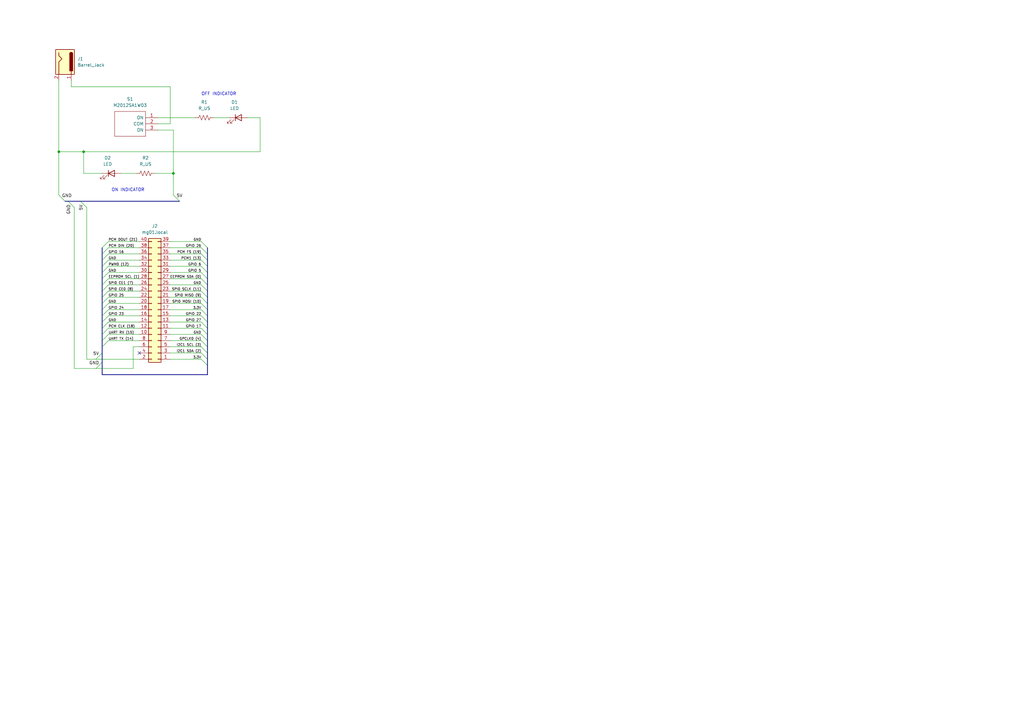
<source format=kicad_sch>
(kicad_sch (version 20211123) (generator eeschema)
  (paper "A3")
  (title_block (title "streets") (date "2022-02-16") (rev "v0.0.1") (company "© Matt Gleich 2022") (comment 1 "https://mattglei.ch") (comment 2 "https://github.com/gleich/pcbs"))
  (lib_symbols
    (symbol "Connector:Barrel_Jack" (pin_names (offset 1.016))
      (property "Reference" "J" (at 0 5.334 0))
      (property "Value" "Barrel_Jack" (at 0 -5.08 0))
      (symbol "Barrel_Jack_0_1"
        (rectangle (start -5.08 3.81) (end 5.08 -3.81) (stroke (width 0.254)) (fill (type background)))
        (arc (start -3.302 3.175) (mid -3.937 2.54) (end -3.302 1.905) (stroke (width 0.254)))
        (arc (start -3.302 3.175) (mid -3.937 2.54) (end -3.302 1.905) (stroke (width 0.254)) (fill (type outline)))
        (polyline (pts (xy 5.08 2.54) (xy 3.81 2.54)) (stroke (width 0.254)))
        (polyline (pts (xy -3.81 -2.54) (xy -2.54 -2.54) (xy -1.27 -1.27) (xy 0 -2.54) (xy 2.54 -2.54) (xy 5.08 -2.54)) (stroke (width 0.254)))
        (rectangle (start 3.683 3.175) (end -3.302 1.905) (stroke (width 0.254)) (fill (type outline)))
      )
      (symbol "Barrel_Jack_1_1"
        (pin passive line (at 7.62 2.54 180) (length 2.54) (name "~") (number "1"))
        (pin passive line (at 7.62 -2.54 180) (length 2.54) (name "~") (number "2"))
      )
    )
    (symbol "Connector_Generic:Conn_02x20_Odd_Even" (pin_names (offset 1.016) hide)
      (property "Reference" "J" (at 1.27 25.4 0))
      (property "Value" "Conn_02x20_Odd_Even" (at 1.27 -27.94 0))
      (symbol "Conn_02x20_Odd_Even_1_1"
        (rectangle (start -1.27 -25.273) (end 0 -25.527) (stroke (width 0.1524)))
        (rectangle (start -1.27 -22.733) (end 0 -22.987) (stroke (width 0.1524)))
        (rectangle (start -1.27 -20.193) (end 0 -20.447) (stroke (width 0.1524)))
        (rectangle (start -1.27 -17.653) (end 0 -17.907) (stroke (width 0.1524)))
        (rectangle (start -1.27 -15.113) (end 0 -15.367) (stroke (width 0.1524)))
        (rectangle (start -1.27 -12.573) (end 0 -12.827) (stroke (width 0.1524)))
        (rectangle (start -1.27 -10.033) (end 0 -10.287) (stroke (width 0.1524)))
        (rectangle (start -1.27 -7.493) (end 0 -7.747) (stroke (width 0.1524)))
        (rectangle (start -1.27 -4.953) (end 0 -5.207) (stroke (width 0.1524)))
        (rectangle (start -1.27 -2.413) (end 0 -2.667) (stroke (width 0.1524)))
        (rectangle (start -1.27 0.127) (end 0 -0.127) (stroke (width 0.1524)))
        (rectangle (start -1.27 2.667) (end 0 2.413) (stroke (width 0.1524)))
        (rectangle (start -1.27 5.207) (end 0 4.953) (stroke (width 0.1524)))
        (rectangle (start -1.27 7.747) (end 0 7.493) (stroke (width 0.1524)))
        (rectangle (start -1.27 10.287) (end 0 10.033) (stroke (width 0.1524)))
        (rectangle (start -1.27 12.827) (end 0 12.573) (stroke (width 0.1524)))
        (rectangle (start -1.27 15.367) (end 0 15.113) (stroke (width 0.1524)))
        (rectangle (start -1.27 17.907) (end 0 17.653) (stroke (width 0.1524)))
        (rectangle (start -1.27 20.447) (end 0 20.193) (stroke (width 0.1524)))
        (rectangle (start -1.27 22.987) (end 0 22.733) (stroke (width 0.1524)))
        (rectangle (start -1.27 24.13) (end 3.81 -26.67) (stroke (width 0.254)) (fill (type background)))
        (rectangle (start 3.81 -25.273) (end 2.54 -25.527) (stroke (width 0.1524)))
        (rectangle (start 3.81 -22.733) (end 2.54 -22.987) (stroke (width 0.1524)))
        (rectangle (start 3.81 -20.193) (end 2.54 -20.447) (stroke (width 0.1524)))
        (rectangle (start 3.81 -17.653) (end 2.54 -17.907) (stroke (width 0.1524)))
        (rectangle (start 3.81 -15.113) (end 2.54 -15.367) (stroke (width 0.1524)))
        (rectangle (start 3.81 -12.573) (end 2.54 -12.827) (stroke (width 0.1524)))
        (rectangle (start 3.81 -10.033) (end 2.54 -10.287) (stroke (width 0.1524)))
        (rectangle (start 3.81 -7.493) (end 2.54 -7.747) (stroke (width 0.1524)))
        (rectangle (start 3.81 -4.953) (end 2.54 -5.207) (stroke (width 0.1524)))
        (rectangle (start 3.81 -2.413) (end 2.54 -2.667) (stroke (width 0.1524)))
        (rectangle (start 3.81 0.127) (end 2.54 -0.127) (stroke (width 0.1524)))
        (rectangle (start 3.81 2.667) (end 2.54 2.413) (stroke (width 0.1524)))
        (rectangle (start 3.81 5.207) (end 2.54 4.953) (stroke (width 0.1524)))
        (rectangle (start 3.81 7.747) (end 2.54 7.493) (stroke (width 0.1524)))
        (rectangle (start 3.81 10.287) (end 2.54 10.033) (stroke (width 0.1524)))
        (rectangle (start 3.81 12.827) (end 2.54 12.573) (stroke (width 0.1524)))
        (rectangle (start 3.81 15.367) (end 2.54 15.113) (stroke (width 0.1524)))
        (rectangle (start 3.81 17.907) (end 2.54 17.653) (stroke (width 0.1524)))
        (rectangle (start 3.81 20.447) (end 2.54 20.193) (stroke (width 0.1524)))
        (rectangle (start 3.81 22.987) (end 2.54 22.733) (stroke (width 0.1524)))
        (pin passive line (at -5.08 22.86 0) (length 3.81) (name "Pin_1") (number "1"))
        (pin passive line (at 7.62 12.7 180) (length 3.81) (name "Pin_10") (number "10"))
        (pin passive line (at -5.08 10.16 0) (length 3.81) (name "Pin_11") (number "11"))
        (pin passive line (at 7.62 10.16 180) (length 3.81) (name "Pin_12") (number "12"))
        (pin passive line (at -5.08 7.62 0) (length 3.81) (name "Pin_13") (number "13"))
        (pin passive line (at 7.62 7.62 180) (length 3.81) (name "Pin_14") (number "14"))
        (pin passive line (at -5.08 5.08 0) (length 3.81) (name "Pin_15") (number "15"))
        (pin passive line (at 7.62 5.08 180) (length 3.81) (name "Pin_16") (number "16"))
        (pin passive line (at -5.08 2.54 0) (length 3.81) (name "Pin_17") (number "17"))
        (pin passive line (at 7.62 2.54 180) (length 3.81) (name "Pin_18") (number "18"))
        (pin passive line (at -5.08 0 0) (length 3.81) (name "Pin_19") (number "19"))
        (pin passive line (at 7.62 22.86 180) (length 3.81) (name "Pin_2") (number "2"))
        (pin passive line (at 7.62 0 180) (length 3.81) (name "Pin_20") (number "20"))
        (pin passive line (at -5.08 -2.54 0) (length 3.81) (name "Pin_21") (number "21"))
        (pin passive line (at 7.62 -2.54 180) (length 3.81) (name "Pin_22") (number "22"))
        (pin passive line (at -5.08 -5.08 0) (length 3.81) (name "Pin_23") (number "23"))
        (pin passive line (at 7.62 -5.08 180) (length 3.81) (name "Pin_24") (number "24"))
        (pin passive line (at -5.08 -7.62 0) (length 3.81) (name "Pin_25") (number "25"))
        (pin passive line (at 7.62 -7.62 180) (length 3.81) (name "Pin_26") (number "26"))
        (pin passive line (at -5.08 -10.16 0) (length 3.81) (name "Pin_27") (number "27"))
        (pin passive line (at 7.62 -10.16 180) (length 3.81) (name "Pin_28") (number "28"))
        (pin passive line (at -5.08 -12.7 0) (length 3.81) (name "Pin_29") (number "29"))
        (pin passive line (at -5.08 20.32 0) (length 3.81) (name "Pin_3") (number "3"))
        (pin passive line (at 7.62 -12.7 180) (length 3.81) (name "Pin_30") (number "30"))
        (pin passive line (at -5.08 -15.24 0) (length 3.81) (name "Pin_31") (number "31"))
        (pin passive line (at 7.62 -15.24 180) (length 3.81) (name "Pin_32") (number "32"))
        (pin passive line (at -5.08 -17.78 0) (length 3.81) (name "Pin_33") (number "33"))
        (pin passive line (at 7.62 -17.78 180) (length 3.81) (name "Pin_34") (number "34"))
        (pin passive line (at -5.08 -20.32 0) (length 3.81) (name "Pin_35") (number "35"))
        (pin passive line (at 7.62 -20.32 180) (length 3.81) (name "Pin_36") (number "36"))
        (pin passive line (at -5.08 -22.86 0) (length 3.81) (name "Pin_37") (number "37"))
        (pin passive line (at 7.62 -22.86 180) (length 3.81) (name "Pin_38") (number "38"))
        (pin passive line (at -5.08 -25.4 0) (length 3.81) (name "Pin_39") (number "39"))
        (pin passive line (at 7.62 20.32 180) (length 3.81) (name "Pin_4") (number "4"))
        (pin passive line (at 7.62 -25.4 180) (length 3.81) (name "Pin_40") (number "40"))
        (pin passive line (at -5.08 17.78 0) (length 3.81) (name "Pin_5") (number "5"))
        (pin passive line (at 7.62 17.78 180) (length 3.81) (name "Pin_6") (number "6"))
        (pin passive line (at -5.08 15.24 0) (length 3.81) (name "Pin_7") (number "7"))
        (pin passive line (at 7.62 15.24 180) (length 3.81) (name "Pin_8") (number "8"))
        (pin passive line (at -5.08 12.7 0) (length 3.81) (name "Pin_9") (number "9"))
      )
    )
    (symbol "Device:LED" (pin_numbers hide) (pin_names (offset 1.016) hide)
      (property "Reference" "D" (at 0 2.54 0))
      (property "Value" "LED" (at 0 -2.54 0))
      (symbol "LED_0_1"
        (polyline (pts (xy -1.27 -1.27) (xy -1.27 1.27)) (stroke (width 0.254)))
        (polyline (pts (xy -1.27 0) (xy 1.27 0)))
        (polyline (pts (xy 1.27 -1.27) (xy 1.27 1.27) (xy -1.27 0) (xy 1.27 -1.27)) (stroke (width 0.254)))
        (polyline (pts (xy -3.048 -0.762) (xy -4.572 -2.286) (xy -3.81 -2.286) (xy -4.572 -2.286) (xy -4.572 -1.524)))
        (polyline (pts (xy -1.778 -0.762) (xy -3.302 -2.286) (xy -2.54 -2.286) (xy -3.302 -2.286) (xy -3.302 -1.524)))
      )
      (symbol "LED_1_1"
        (pin passive line (at -3.81 0 0) (length 2.54) (name "K") (number "1"))
        (pin passive line (at 3.81 0 180) (length 2.54) (name "A") (number "2"))
      )
    )
    (symbol "Device:R_US" (pin_numbers hide) (pin_names (offset 0))
      (property "Reference" "R" (at 2.54 0 90))
      (property "Value" "R_US" (at -2.54 0 90))
      (symbol "R_US_0_1"
        (polyline (pts (xy 0 -2.286) (xy 0 -2.54)))
        (polyline (pts (xy 0 2.286) (xy 0 2.54)))
        (polyline (pts (xy 0 -0.762) (xy 1.016 -1.143) (xy 0 -1.524) (xy -1.016 -1.905) (xy 0 -2.286)))
        (polyline (pts (xy 0 0.762) (xy 1.016 0.381) (xy 0 0) (xy -1.016 -0.381) (xy 0 -0.762)))
        (polyline (pts (xy 0 2.286) (xy 1.016 1.905) (xy 0 1.524) (xy -1.016 1.143) (xy 0 0.762)))
      )
      (symbol "R_US_1_1"
        (pin passive line (at 0 3.81 270) (length 1.27) (name "~") (number "1"))
        (pin passive line (at 0 -3.81 90) (length 1.27) (name "~") (number "2"))
      )
    )
    (symbol "M2012SA1W03_1" (pin_names (offset 0.762))
      (property "Reference" "S" (at 19.05 7.62 0))
      (property "Value" "M2012SA1W03_1" (at 19.05 5.08 0))
      (symbol "M2012SA1W03_1_0_0"
        (pin passive line (at 0 -5.08 0) (length 5.08) (name "ON") (number "1"))
        (pin passive line (at 0 -2.54 0) (length 5.08) (name "COM") (number "2"))
        (pin passive line (at 0 0 0) (length 5.08) (name "ON") (number "3"))
      )
      (symbol "M2012SA1W03_1_0_1"
        (polyline (pts (xy 5.08 2.54) (xy 17.78 2.54) (xy 17.78 -7.62) (xy 5.08 -7.62) (xy 5.08 2.54)) (stroke (width 0.1524)))
      )
    )
  )
  (junction (at 34.29 62.23))
  (junction (at 71.12 71.12))
  (junction (at 24.13 62.23))
  (no_connect (at 57.15 144.78))
  (bus_entry (at 39.37 151.13) (size 2.54 -2.54))
  (bus_entry (at 39.37 147.32) (size 2.54 -2.54))
  (bus_entry (at 27.94 82.55) (size 2.54 2.54))
  (bus_entry (at 33.02 82.55) (size 2.54 2.54))
  (bus_entry (at 41.91 119.38) (size 2.54 -2.54))
  (bus_entry (at 41.91 121.92) (size 2.54 -2.54))
  (bus_entry (at 41.91 106.68) (size 2.54 -2.54))
  (bus_entry (at 41.91 104.14) (size 2.54 -2.54))
  (bus_entry (at 41.91 101.6) (size 2.54 -2.54))
  (bus_entry (at 41.91 116.84) (size 2.54 -2.54))
  (bus_entry (at 41.91 114.3) (size 2.54 -2.54))
  (bus_entry (at 41.91 109.22) (size 2.54 -2.54))
  (bus_entry (at 85.09 129.54) (size -2.54 -2.54))
  (bus_entry (at 85.09 132.08) (size -2.54 -2.54))
  (bus_entry (at 85.09 124.46) (size -2.54 -2.54))
  (bus_entry (at 85.09 127) (size -2.54 -2.54))
  (bus_entry (at 85.09 137.16) (size -2.54 -2.54))
  (bus_entry (at 85.09 139.7) (size -2.54 -2.54))
  (bus_entry (at 85.09 134.62) (size -2.54 -2.54))
  (bus_entry (at 85.09 149.86) (size -2.54 -2.54))
  (bus_entry (at 85.09 144.78) (size -2.54 -2.54))
  (bus_entry (at 85.09 142.24) (size -2.54 -2.54))
  (bus_entry (at 85.09 147.32) (size -2.54 -2.54))
  (bus_entry (at 41.91 111.76) (size 2.54 -2.54))
  (bus_entry (at 85.09 111.76) (size -2.54 -2.54))
  (bus_entry (at 85.09 114.3) (size -2.54 -2.54))
  (bus_entry (at 85.09 119.38) (size -2.54 -2.54))
  (bus_entry (at 85.09 101.6) (size -2.54 -2.54))
  (bus_entry (at 85.09 121.92) (size -2.54 -2.54))
  (bus_entry (at 85.09 116.84) (size -2.54 -2.54))
  (bus_entry (at 85.09 106.68) (size -2.54 -2.54))
  (bus_entry (at 85.09 109.22) (size -2.54 -2.54))
  (bus_entry (at 85.09 104.14) (size -2.54 -2.54))
  (bus_entry (at 41.91 124.46) (size 2.54 -2.54))
  (bus_entry (at 41.91 127) (size 2.54 -2.54))
  (bus_entry (at 41.91 129.54) (size 2.54 -2.54))
  (bus_entry (at 41.91 134.62) (size 2.54 -2.54))
  (bus_entry (at 41.91 132.08) (size 2.54 -2.54))
  (bus_entry (at 41.91 137.16) (size 2.54 -2.54))
  (bus_entry (at 41.91 142.24) (size 2.54 -2.54))
  (bus_entry (at 41.91 139.7) (size 2.54 -2.54))
  (bus_entry (at 24.13 80.01) (size 2.54 2.54))
  (bus_entry (at 71.12 80.01) (size 2.54 2.54))
  (wire (pts (xy 24.13 33.02) (xy 24.13 62.23)))
  (bus (pts (xy 85.09 144.78) (xy 85.09 147.32)))
  (bus (pts (xy 41.91 104.14) (xy 41.91 106.68)))
  (bus (pts (xy 41.91 116.84) (xy 41.91 119.38)))
  (wire (pts (xy 29.21 35.56) (xy 29.21 33.02)))
  (bus (pts (xy 85.09 114.3) (xy 85.09 116.84)))
  (wire (pts (xy 41.91 71.12) (xy 34.29 71.12)))
  (wire (pts (xy 69.85 121.92) (xy 82.55 121.92)))
  (wire (pts (xy 69.85 101.6) (xy 82.55 101.6)))
  (bus (pts (xy 85.09 137.16) (xy 85.09 139.7)))
  (wire (pts (xy 69.85 99.06) (xy 82.55 99.06)))
  (wire (pts (xy 106.68 48.26) (xy 106.68 62.23)))
  (wire (pts (xy 44.45 127) (xy 57.15 127)))
  (wire (pts (xy 69.85 116.84) (xy 82.55 116.84)))
  (wire (pts (xy 30.48 85.09) (xy 30.48 151.13)))
  (wire (pts (xy 34.29 62.23) (xy 106.68 62.23)))
  (wire (pts (xy 71.12 71.12) (xy 71.12 80.01)))
  (wire (pts (xy 69.85 134.62) (xy 82.55 134.62)))
  (bus (pts (xy 85.09 104.14) (xy 85.09 106.68)))
  (bus (pts (xy 85.09 142.24) (xy 85.09 144.78)))
  (wire (pts (xy 69.85 127) (xy 82.55 127)))
  (wire (pts (xy 44.45 119.38) (xy 57.15 119.38)))
  (bus (pts (xy 85.09 139.7) (xy 85.09 142.24)))
  (wire (pts (xy 44.45 124.46) (xy 57.15 124.46)))
  (bus (pts (xy 27.94 82.55) (xy 33.02 82.55)))
  (wire (pts (xy 69.85 119.38) (xy 82.55 119.38)))
  (bus (pts (xy 41.91 119.38) (xy 41.91 121.92)))
  (wire (pts (xy 87.63 48.26) (xy 93.98 48.26)))
  (wire (pts (xy 69.85 124.46) (xy 82.55 124.46)))
  (bus (pts (xy 41.91 132.08) (xy 41.91 134.62)))
  (wire (pts (xy 44.45 137.16) (xy 57.15 137.16)))
  (bus (pts (xy 41.91 153.67) (xy 85.09 153.67)))
  (wire (pts (xy 49.53 71.12) (xy 55.88 71.12)))
  (wire (pts (xy 64.77 53.34) (xy 71.12 53.34)))
  (bus (pts (xy 85.09 111.76) (xy 85.09 114.3)))
  (wire (pts (xy 69.85 132.08) (xy 82.55 132.08)))
  (bus (pts (xy 41.91 134.62) (xy 41.91 137.16)))
  (wire (pts (xy 71.12 53.34) (xy 71.12 71.12)))
  (bus (pts (xy 85.09 132.08) (xy 85.09 134.62)))
  (bus (pts (xy 85.09 124.46) (xy 85.09 127)))
  (wire (pts (xy 69.85 139.7) (xy 82.55 139.7)))
  (wire (pts (xy 69.85 50.8) (xy 69.85 35.56)))
  (wire (pts (xy 44.45 129.54) (xy 57.15 129.54)))
  (wire (pts (xy 69.85 104.14) (xy 82.55 104.14)))
  (wire (pts (xy 64.77 50.8) (xy 69.85 50.8)))
  (bus (pts (xy 41.91 124.46) (xy 41.91 127)))
  (wire (pts (xy 69.85 129.54) (xy 82.55 129.54)))
  (wire (pts (xy 44.45 104.14) (xy 57.15 104.14)))
  (bus (pts (xy 41.91 106.68) (xy 41.91 109.22)))
  (wire (pts (xy 101.6 48.26) (xy 106.68 48.26)))
  (bus (pts (xy 41.91 129.54) (xy 41.91 132.08)))
  (wire (pts (xy 69.85 111.76) (xy 82.55 111.76)))
  (wire (pts (xy 64.77 48.26) (xy 80.01 48.26)))
  (bus (pts (xy 41.91 139.7) (xy 41.91 142.24)))
  (bus (pts (xy 85.09 101.6) (xy 85.09 104.14)))
  (wire (pts (xy 34.29 71.12) (xy 34.29 62.23)))
  (wire (pts (xy 44.45 114.3) (xy 57.15 114.3)))
  (wire (pts (xy 35.56 147.32) (xy 39.37 147.32)))
  (wire (pts (xy 39.37 151.13) (xy 30.48 151.13)))
  (bus (pts (xy 85.09 106.68) (xy 85.09 109.22)))
  (wire (pts (xy 44.45 101.6) (xy 57.15 101.6)))
  (bus (pts (xy 85.09 147.32) (xy 85.09 149.86)))
  (wire (pts (xy 44.45 109.22) (xy 57.15 109.22)))
  (wire (pts (xy 69.85 106.68) (xy 82.55 106.68)))
  (bus (pts (xy 41.91 148.59) (xy 41.91 153.67)))
  (wire (pts (xy 24.13 62.23) (xy 34.29 62.23)))
  (bus (pts (xy 85.09 134.62) (xy 85.09 137.16)))
  (bus (pts (xy 85.09 129.54) (xy 85.09 132.08)))
  (wire (pts (xy 54.61 142.24) (xy 54.61 151.13)))
  (wire (pts (xy 24.13 62.23) (xy 24.13 80.01)))
  (wire (pts (xy 54.61 151.13) (xy 39.37 151.13)))
  (bus (pts (xy 85.09 127) (xy 85.09 129.54)))
  (wire (pts (xy 44.45 132.08) (xy 57.15 132.08)))
  (wire (pts (xy 44.45 139.7) (xy 57.15 139.7)))
  (bus (pts (xy 41.91 144.78) (xy 41.91 148.59)))
  (bus (pts (xy 41.91 114.3) (xy 41.91 116.84)))
  (wire (pts (xy 44.45 106.68) (xy 57.15 106.68)))
  (bus (pts (xy 41.91 111.76) (xy 41.91 114.3)))
  (bus (pts (xy 85.09 109.22) (xy 85.09 111.76)))
  (bus (pts (xy 41.91 109.22) (xy 41.91 111.76)))
  (bus (pts (xy 41.91 142.24) (xy 41.91 144.78)))
  (bus (pts (xy 41.91 121.92) (xy 41.91 124.46)))
  (wire (pts (xy 69.85 109.22) (xy 82.55 109.22)))
  (bus (pts (xy 85.09 121.92) (xy 85.09 124.46)))
  (wire (pts (xy 44.45 121.92) (xy 57.15 121.92)))
  (bus (pts (xy 41.91 101.6) (xy 41.91 104.14)))
  (wire (pts (xy 44.45 111.76) (xy 57.15 111.76)))
  (wire (pts (xy 29.21 35.56) (xy 69.85 35.56)))
  (wire (pts (xy 63.5 71.12) (xy 71.12 71.12)))
  (wire (pts (xy 44.45 134.62) (xy 57.15 134.62)))
  (wire (pts (xy 44.45 116.84) (xy 57.15 116.84)))
  (wire (pts (xy 39.37 147.32) (xy 57.15 147.32)))
  (wire (pts (xy 44.45 99.06) (xy 57.15 99.06)))
  (wire (pts (xy 35.56 147.32) (xy 35.56 85.09)))
  (bus (pts (xy 33.02 82.55) (xy 73.66 82.55)))
  (bus (pts (xy 41.91 137.16) (xy 41.91 139.7)))
  (bus (pts (xy 41.91 127) (xy 41.91 129.54)))
  (wire (pts (xy 69.85 142.24) (xy 82.55 142.24)))
  (bus (pts (xy 85.09 116.84) (xy 85.09 119.38)))
  (wire (pts (xy 69.85 137.16) (xy 82.55 137.16)))
  (wire (pts (xy 69.85 144.78) (xy 82.55 144.78)))
  (bus (pts (xy 85.09 149.86) (xy 85.09 153.67)))
  (bus (pts (xy 85.09 119.38) (xy 85.09 121.92)))
  (bus (pts (xy 26.67 82.55) (xy 27.94 82.55)))
  (wire (pts (xy 69.85 147.32) (xy 82.55 147.32)))
  (wire (pts (xy 69.85 114.3) (xy 82.55 114.3)))
  (wire (pts (xy 54.61 142.24) (xy 57.15 142.24)))
  (text "ON INDICATOR" (at 45.72 78.74 0) (effects (font (size 1.27 1.27)) (justify left bottom)))
  (text "OFF INDICATOR" (at 82.55 39.37 0) (effects (font (size 1.27 1.27)) (justify left bottom)))
  (label "GND" (at 44.45 106.68 0) (effects (font (size 1 1))))
  (label "UART RX (15)" (at 44.45 137.16 0) (effects (font (size 1 1))))
  (label "PCM DIN (20)" (at 44.45 101.6 0) (effects (font (size 1 1))))
  (label "SPI0 MISO (9)" (at 82.55 121.92 180) (effects (font (size 1 1))))
  (label "GPIO 23" (at 44.45 129.54 0) (effects (font (size 1 1))))
  (label "SPI0 CE0 (8)" (at 44.45 119.38 0) (effects (font (size 1 1))))
  (label "I2C1 SCL (3)" (at 82.55 142.24 180) (effects (font (size 1 1))))
  (label "GPCLK0 (4)" (at 82.55 139.7 180) (effects (font (size 1 1))))
  (label "GPIO 25" (at 44.45 121.92 0) (effects (font (size 1 1))))
  (label "PCM FS (19)" (at 82.55 104.14 180) (effects (font (size 1 1))))
  (label "EEPROM SCL (1)" (at 44.45 114.3 0) (effects (font (size 1 1))))
  (label "PCM1 (13)" (at 82.55 106.68 180) (effects (font (size 1 1))))
  (label "GPIO 26" (at 82.55 101.6 180) (effects (font (size 1 1))))
  (label "PWM0 (12)" (at 44.45 109.22 0) (effects (font (size 1 1))))
  (label "GND" (at 25.4 81.28 0))
  (label "GPIO 27" (at 82.55 132.08 180) (effects (font (size 1 1))))
  (label "EEPROM SDA (0)" (at 82.55 114.3 180) (effects (font (size 1 1))))
  (label "PCM CLK (18)" (at 44.45 134.62 0) (effects (font (size 1 1))))
  (label "GPIO 24" (at 44.45 127 0) (effects (font (size 1 1))))
  (label "3.3V" (at 82.55 127 180) (effects (font (size 1 1))))
  (label "3.3V" (at 82.55 147.32 180) (effects (font (size 1 1))))
  (label "GND" (at 82.55 99.06 180) (effects (font (size 1 1))))
  (label "GND" (at 44.45 132.08 0) (effects (font (size 1 1))))
  (label "GPIO 6" (at 82.55 109.22 180) (effects (font (size 1 1))))
  (label "GPIO 22" (at 82.55 129.54 180) (effects (font (size 1 1))))
  (label "UART TX (14)" (at 44.45 139.7 0) (effects (font (size 1 1))))
  (label "GPIO 16" (at 44.45 104.14 0) (effects (font (size 1 1))))
  (label "SPI0 MOSI (10)" (at 82.55 124.46 180) (effects (font (size 1 1))))
  (label "GND" (at 29.21 83.82 270))
  (label "5V" (at 72.39 81.28 0))
  (label "5V" (at 40.64 146.05 180))
  (label "GPIO 5" (at 82.55 111.76 180) (effects (font (size 1 1))))
  (label "GND" (at 82.55 137.16 180) (effects (font (size 1 1))))
  (label "SPI0 CE1 (7)" (at 44.45 116.84 0) (effects (font (size 1 1))))
  (label "GND" (at 40.64 149.86 180))
  (label "GND" (at 44.45 111.76 0) (effects (font (size 1 1))))
  (label "GPIO 17" (at 82.55 134.62 180) (effects (font (size 1 1))))
  (label "GND" (at 82.55 116.84 180) (effects (font (size 1 1))))
  (label "PCM DOUT (21)" (at 44.45 99.06 0) (effects (font (size 1 1))))
  (label "I2C1 SDA (2)" (at 82.55 144.78 180) (effects (font (size 1 1))))
  (label "5V" (at 34.29 83.82 270))
  (label "SPI0 SCLK (11)" (at 82.55 119.38 180) (effects (font (size 1 1))))
  (label "GND" (at 44.45 124.46 0) (effects (font (size 1 1))))
  (symbol (lib_id "Device:LED") (at 97.79 48.26 0) (unit 1)
    (property "Reference" "D1" (at 96.2025 41.91 0))
    (property "Value" "LED" (at 96.2025 44.45 0))
  )
  (symbol (lib_id "Device:R_US") (at 83.82 48.26 90) (unit 1)
    (property "Reference" "R1" (at 83.82 41.91 90))
    (property "Value" "R_US" (at 83.82 44.45 90))
  )
  (symbol (lib_id "Connector:Barrel_Jack") (at 26.67 25.4 270) (unit 1)
    (property "Reference" "J1" (at 31.75 24.1299 90) (effects (justify left)))
    (property "Value" "Barrel_Jack" (at 31.75 26.6699 90) (effects (justify left)))
    (property "Footprint" "Connector_BarrelJack:BarrelJack_SwitchcraftConxall_RAPC10U_Horizontal" (effects hide))
  )
  (symbol (lib_name "M2012SA1W03_1") (lib_id "M2012SA1W03:M2012SA1W03") (at 64.77 53.34 180) (unit 1)
    (property "Reference" "S1" (at 53.34 40.64 0))
    (property "Value" "M2012SA1W03" (at 53.34 43.18 0))
    (property "Footprint" "M2012SA1W03" (effects hide))
    (property "Datasheet" "https://www.arrow.com/en/products/m2012sa1w03/nkk-switches" (effects hide))
    (property "Description" "Toggle Switches ON-ON PC SPDT" (effects hide))
    (property "Height" "28.8" (effects hide))
    (property "Manufacturer_Name" "NKK Switches" (effects hide))
    (property "Manufacturer_Part_Number" "M2012SA1W03" (effects hide))
    (property "Mouser Part Number" "633-M2012A03" (effects hide))
    (property "Mouser Price/Stock" "https://www.mouser.co.uk/ProductDetail/NKK-Switches/M2012SA1W03?qs=7qTko1p7JkMWph6qTPDvKQ%3D%3D" (effects hide))
    (property "Arrow Part Number" "M2012SA1W03" (effects hide))
    (property "Arrow Price/Stock" "https://www.arrow.com/en/products/m2012sa1w03/nkk-switches" (effects hide))
  )
  (symbol (lib_id "Connector_Generic:Conn_02x20_Odd_Even") (at 64.77 124.46 180) (unit 1)
    (property "Reference" "J2" (at 63.5 92.71 0))
    (property "Value" "mg01.local" (at 63.5 95.25 0))
  )
  (symbol (lib_id "Device:LED") (at 45.72 71.12 0) (unit 1)
    (property "Reference" "D2" (at 44.1325 64.77 0))
    (property "Value" "LED" (at 44.1325 67.31 0))
  )
  (symbol (lib_id "Device:R_US") (at 59.69 71.12 90) (unit 1)
    (property "Reference" "R2" (at 59.69 64.77 90))
    (property "Value" "R_US" (at 59.69 67.31 90))
  )
)
</source>
